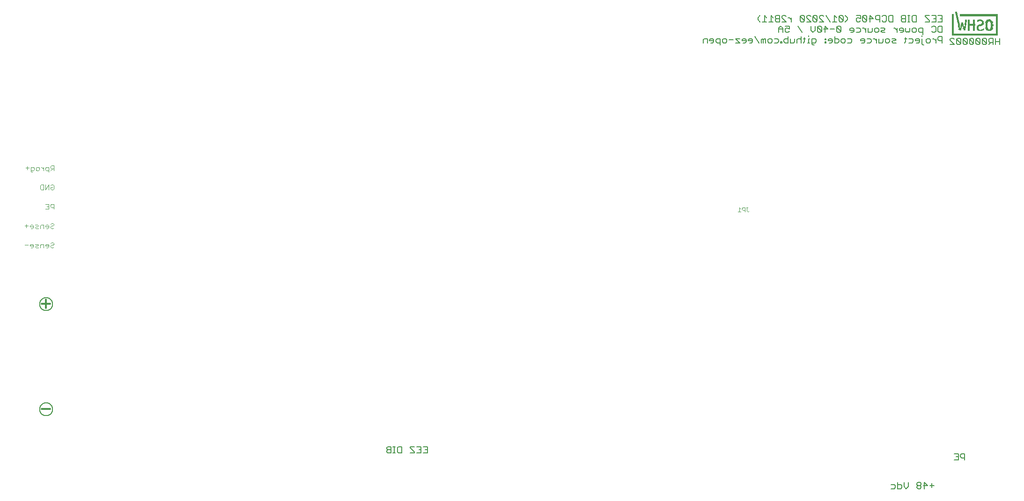
<source format=gbo>
G75*
%MOIN*%
%OFA0B0*%
%FSLAX25Y25*%
%IPPOS*%
%LPD*%
%AMOC8*
5,1,8,0,0,1.08239X$1,22.5*
%
%ADD10C,0.00500*%
%ADD11C,0.00400*%
%ADD12C,0.00800*%
%ADD13C,0.01200*%
%ADD14C,0.00300*%
%ADD15R,0.32700X0.00300*%
%ADD16R,0.01500X0.00300*%
%ADD17R,0.02700X0.00300*%
%ADD18R,0.03000X0.00300*%
%ADD19R,0.03600X0.00300*%
%ADD20R,0.04200X0.00300*%
%ADD21R,0.04800X0.00300*%
%ADD22R,0.04500X0.00300*%
%ADD23R,0.02100X0.00300*%
%ADD24R,0.01800X0.00300*%
%ADD25R,0.01200X0.00300*%
%ADD26R,0.00600X0.00300*%
%ADD27R,0.00900X0.00300*%
%ADD28R,0.02400X0.00300*%
%ADD29R,0.03300X0.00300*%
%ADD30R,0.05400X0.00300*%
%ADD31R,0.03900X0.00300*%
%ADD32R,0.27000X0.00300*%
%ADD33C,0.00600*%
D10*
X0365252Y0131113D02*
X0366002Y0130362D01*
X0368254Y0130362D01*
X0368254Y0134866D01*
X0366002Y0134866D01*
X0365252Y0134115D01*
X0365252Y0133365D01*
X0366002Y0132614D01*
X0368254Y0132614D01*
X0366002Y0132614D02*
X0365252Y0131863D01*
X0365252Y0131113D01*
X0369822Y0130362D02*
X0371324Y0130362D01*
X0370573Y0130362D02*
X0370573Y0134866D01*
X0371324Y0134866D02*
X0369822Y0134866D01*
X0372925Y0134115D02*
X0373676Y0134866D01*
X0375927Y0134866D01*
X0375927Y0130362D01*
X0373676Y0130362D01*
X0372925Y0131113D01*
X0372925Y0134115D01*
X0382133Y0134115D02*
X0385135Y0131113D01*
X0385135Y0130362D01*
X0382133Y0130362D01*
X0382133Y0134115D02*
X0382133Y0134866D01*
X0385135Y0134866D01*
X0386737Y0134866D02*
X0389739Y0134866D01*
X0389739Y0130362D01*
X0386737Y0130362D01*
X0388238Y0132614D02*
X0389739Y0132614D01*
X0391341Y0130362D02*
X0394343Y0130362D01*
X0394343Y0134866D01*
X0391341Y0134866D01*
X0392842Y0132614D02*
X0394343Y0132614D01*
X0724351Y0107849D02*
X0726603Y0107849D01*
X0727353Y0107098D01*
X0727353Y0105597D01*
X0726603Y0104846D01*
X0724351Y0104846D01*
X0728955Y0104846D02*
X0728955Y0109350D01*
X0728955Y0107849D02*
X0731207Y0107849D01*
X0731957Y0107098D01*
X0731957Y0105597D01*
X0731207Y0104846D01*
X0728955Y0104846D01*
X0733559Y0106348D02*
X0733559Y0109350D01*
X0733559Y0106348D02*
X0735060Y0104846D01*
X0736561Y0106348D01*
X0736561Y0109350D01*
X0742767Y0108600D02*
X0742767Y0107849D01*
X0743517Y0107098D01*
X0745019Y0107098D01*
X0745769Y0107849D01*
X0745769Y0108600D01*
X0745019Y0109350D01*
X0743517Y0109350D01*
X0742767Y0108600D01*
X0743517Y0107098D02*
X0742767Y0106348D01*
X0742767Y0105597D01*
X0743517Y0104846D01*
X0745019Y0104846D01*
X0745769Y0105597D01*
X0745769Y0106348D01*
X0745019Y0107098D01*
X0747371Y0107098D02*
X0750373Y0107098D01*
X0748121Y0109350D01*
X0748121Y0104846D01*
X0751974Y0107098D02*
X0754977Y0107098D01*
X0753476Y0105597D02*
X0753476Y0108600D01*
X0769237Y0125362D02*
X0772239Y0125362D01*
X0772239Y0129866D01*
X0769237Y0129866D01*
X0770738Y0127614D02*
X0772239Y0127614D01*
X0773841Y0127614D02*
X0774591Y0126863D01*
X0776843Y0126863D01*
X0776843Y0125362D02*
X0776843Y0129866D01*
X0774591Y0129866D01*
X0773841Y0129115D01*
X0773841Y0127614D01*
X0747799Y0421361D02*
X0747048Y0421361D01*
X0746297Y0422112D01*
X0746297Y0425865D01*
X0746297Y0427366D02*
X0746297Y0428117D01*
X0747031Y0428861D02*
X0747031Y0433365D01*
X0744779Y0433365D01*
X0744029Y0432614D01*
X0744029Y0431113D01*
X0744779Y0430362D01*
X0747031Y0430362D01*
X0742427Y0431113D02*
X0741677Y0430362D01*
X0740176Y0430362D01*
X0739425Y0431113D01*
X0739425Y0432614D01*
X0740176Y0433365D01*
X0741677Y0433365D01*
X0742427Y0432614D01*
X0742427Y0431113D01*
X0737824Y0431113D02*
X0737073Y0430362D01*
X0736322Y0431113D01*
X0735572Y0430362D01*
X0734821Y0431113D01*
X0734821Y0433365D01*
X0733220Y0432614D02*
X0732469Y0433365D01*
X0730968Y0433365D01*
X0730217Y0432614D01*
X0730217Y0431863D01*
X0733220Y0431863D01*
X0733220Y0431113D02*
X0733220Y0432614D01*
X0733220Y0431113D02*
X0732469Y0430362D01*
X0730968Y0430362D01*
X0728616Y0430362D02*
X0728616Y0433365D01*
X0728616Y0431863D02*
X0727114Y0433365D01*
X0726364Y0433365D01*
X0725546Y0437862D02*
X0723295Y0437862D01*
X0722544Y0438613D01*
X0722544Y0441615D01*
X0723295Y0442366D01*
X0725546Y0442366D01*
X0725546Y0437862D01*
X0720942Y0438613D02*
X0720192Y0437862D01*
X0718691Y0437862D01*
X0717940Y0438613D01*
X0716339Y0439363D02*
X0714087Y0439363D01*
X0713336Y0440114D01*
X0713336Y0441615D01*
X0714087Y0442366D01*
X0716339Y0442366D01*
X0716339Y0437862D01*
X0717940Y0441615D02*
X0718691Y0442366D01*
X0720192Y0442366D01*
X0720942Y0441615D01*
X0720942Y0438613D01*
X0719425Y0433365D02*
X0717173Y0433365D01*
X0717923Y0431863D02*
X0719425Y0431863D01*
X0720175Y0432614D01*
X0719425Y0433365D01*
X0717923Y0431863D02*
X0717173Y0431113D01*
X0717923Y0430362D01*
X0720175Y0430362D01*
X0720993Y0425865D02*
X0720242Y0425114D01*
X0720242Y0423613D01*
X0720993Y0422862D01*
X0722494Y0422862D01*
X0723244Y0423613D01*
X0723244Y0425114D01*
X0722494Y0425865D01*
X0720993Y0425865D01*
X0718641Y0425865D02*
X0718641Y0423613D01*
X0717890Y0422862D01*
X0715638Y0422862D01*
X0715638Y0425865D01*
X0714037Y0425865D02*
X0714037Y0422862D01*
X0714037Y0424363D02*
X0712535Y0425865D01*
X0711785Y0425865D01*
X0710200Y0425114D02*
X0710200Y0423613D01*
X0709449Y0422862D01*
X0707197Y0422862D01*
X0705596Y0423613D02*
X0704845Y0422862D01*
X0703344Y0422862D01*
X0702594Y0424363D02*
X0705596Y0424363D01*
X0705596Y0423613D02*
X0705596Y0425114D01*
X0704845Y0425865D01*
X0703344Y0425865D01*
X0702594Y0425114D01*
X0702594Y0424363D01*
X0707197Y0425865D02*
X0709449Y0425865D01*
X0710200Y0425114D01*
X0710217Y0430362D02*
X0707965Y0430362D01*
X0707965Y0433365D01*
X0706363Y0433365D02*
X0706363Y0430362D01*
X0706363Y0431863D02*
X0704862Y0433365D01*
X0704111Y0433365D01*
X0702527Y0432614D02*
X0702527Y0431113D01*
X0701776Y0430362D01*
X0699524Y0430362D01*
X0697923Y0431113D02*
X0697923Y0432614D01*
X0697172Y0433365D01*
X0695671Y0433365D01*
X0694920Y0432614D01*
X0694920Y0431863D01*
X0697923Y0431863D01*
X0697923Y0431113D02*
X0697172Y0430362D01*
X0695671Y0430362D01*
X0695638Y0425865D02*
X0693386Y0425865D01*
X0691784Y0425114D02*
X0691784Y0423613D01*
X0691034Y0422862D01*
X0689532Y0422862D01*
X0688782Y0423613D01*
X0688782Y0425114D01*
X0689532Y0425865D01*
X0691034Y0425865D01*
X0691784Y0425114D01*
X0693386Y0422862D02*
X0695638Y0422862D01*
X0696388Y0423613D01*
X0696388Y0425114D01*
X0695638Y0425865D01*
X0687180Y0425114D02*
X0686430Y0425865D01*
X0684178Y0425865D01*
X0684178Y0427366D02*
X0684178Y0422862D01*
X0686430Y0422862D01*
X0687180Y0423613D01*
X0687180Y0425114D01*
X0682576Y0425114D02*
X0681826Y0425865D01*
X0680325Y0425865D01*
X0679574Y0425114D01*
X0679574Y0424363D01*
X0682576Y0424363D01*
X0682576Y0423613D02*
X0682576Y0425114D01*
X0682576Y0423613D02*
X0681826Y0422862D01*
X0680325Y0422862D01*
X0677973Y0422862D02*
X0677973Y0423613D01*
X0677222Y0423613D01*
X0677222Y0422862D01*
X0677973Y0422862D01*
X0677973Y0425114D02*
X0677973Y0425865D01*
X0677222Y0425865D01*
X0677222Y0425114D01*
X0677973Y0425114D01*
X0677255Y0430362D02*
X0677255Y0434866D01*
X0679507Y0432614D01*
X0676505Y0432614D01*
X0674903Y0431113D02*
X0671901Y0434115D01*
X0671901Y0431113D01*
X0672651Y0430362D01*
X0674153Y0430362D01*
X0674903Y0431113D01*
X0674903Y0434115D01*
X0674153Y0434866D01*
X0672651Y0434866D01*
X0671901Y0434115D01*
X0670299Y0434866D02*
X0670299Y0431863D01*
X0668798Y0430362D01*
X0667297Y0431863D01*
X0667297Y0434866D01*
X0667230Y0437862D02*
X0664227Y0440865D01*
X0664227Y0441615D01*
X0664978Y0442366D01*
X0666479Y0442366D01*
X0667230Y0441615D01*
X0668831Y0441615D02*
X0671834Y0438613D01*
X0671083Y0437862D01*
X0669582Y0437862D01*
X0668831Y0438613D01*
X0668831Y0441615D01*
X0669582Y0442366D01*
X0671083Y0442366D01*
X0671834Y0441615D01*
X0671834Y0438613D01*
X0673435Y0437862D02*
X0676438Y0437862D01*
X0673435Y0440865D01*
X0673435Y0441615D01*
X0674186Y0442366D01*
X0675687Y0442366D01*
X0676438Y0441615D01*
X0678039Y0442366D02*
X0681042Y0437862D01*
X0682643Y0437862D02*
X0685646Y0437862D01*
X0684144Y0437862D02*
X0684144Y0442366D01*
X0685646Y0440865D01*
X0687247Y0441615D02*
X0690250Y0438613D01*
X0689499Y0437862D01*
X0687998Y0437862D01*
X0687247Y0438613D01*
X0687247Y0441615D01*
X0687998Y0442366D01*
X0689499Y0442366D01*
X0690250Y0441615D01*
X0690250Y0438613D01*
X0691818Y0437862D02*
X0693319Y0439363D01*
X0693319Y0440865D01*
X0691818Y0442366D01*
X0699524Y0442366D02*
X0702527Y0442366D01*
X0702527Y0440114D01*
X0701026Y0440865D01*
X0700275Y0440865D01*
X0699524Y0440114D01*
X0699524Y0438613D01*
X0700275Y0437862D01*
X0701776Y0437862D01*
X0702527Y0438613D01*
X0704128Y0438613D02*
X0704879Y0437862D01*
X0706380Y0437862D01*
X0707131Y0438613D01*
X0704128Y0441615D01*
X0704128Y0438613D01*
X0704128Y0441615D02*
X0704879Y0442366D01*
X0706380Y0442366D01*
X0707131Y0441615D01*
X0707131Y0438613D01*
X0708732Y0440114D02*
X0711735Y0440114D01*
X0709483Y0442366D01*
X0709483Y0437862D01*
X0710967Y0433365D02*
X0710967Y0431113D01*
X0710217Y0430362D01*
X0712569Y0431113D02*
X0712569Y0432614D01*
X0713319Y0433365D01*
X0714821Y0433365D01*
X0715571Y0432614D01*
X0715571Y0431113D01*
X0714821Y0430362D01*
X0713319Y0430362D01*
X0712569Y0431113D01*
X0724846Y0425865D02*
X0727098Y0425865D01*
X0727848Y0425114D01*
X0727098Y0424363D01*
X0725596Y0424363D01*
X0724846Y0423613D01*
X0725596Y0422862D01*
X0727848Y0422862D01*
X0734020Y0422862D02*
X0734771Y0423613D01*
X0734771Y0426615D01*
X0735522Y0425865D02*
X0734020Y0425865D01*
X0737123Y0425865D02*
X0739375Y0425865D01*
X0740126Y0425114D01*
X0740126Y0423613D01*
X0739375Y0422862D01*
X0737123Y0422862D01*
X0741727Y0424363D02*
X0744729Y0424363D01*
X0744729Y0423613D02*
X0744729Y0425114D01*
X0743979Y0425865D01*
X0742478Y0425865D01*
X0741727Y0425114D01*
X0741727Y0424363D01*
X0742478Y0422862D02*
X0743979Y0422862D01*
X0744729Y0423613D01*
X0749400Y0423613D02*
X0750151Y0422862D01*
X0751652Y0422862D01*
X0752403Y0423613D01*
X0752403Y0425114D01*
X0751652Y0425865D01*
X0750151Y0425865D01*
X0749400Y0425114D01*
X0749400Y0423613D01*
X0753987Y0425865D02*
X0754738Y0425865D01*
X0756239Y0424363D01*
X0756239Y0422862D02*
X0756239Y0425865D01*
X0757841Y0426615D02*
X0757841Y0425114D01*
X0758591Y0424363D01*
X0760843Y0424363D01*
X0760843Y0422862D02*
X0760843Y0427366D01*
X0758591Y0427366D01*
X0757841Y0426615D01*
X0758591Y0430362D02*
X0757841Y0431113D01*
X0757841Y0434115D01*
X0758591Y0434866D01*
X0760843Y0434866D01*
X0760843Y0430362D01*
X0758591Y0430362D01*
X0756239Y0431113D02*
X0755489Y0430362D01*
X0753987Y0430362D01*
X0753237Y0431113D01*
X0756239Y0431113D02*
X0756239Y0434115D01*
X0755489Y0434866D01*
X0753987Y0434866D01*
X0753237Y0434115D01*
X0753237Y0437862D02*
X0756239Y0437862D01*
X0756239Y0442366D01*
X0753237Y0442366D01*
X0751635Y0442366D02*
X0748633Y0442366D01*
X0748633Y0441615D01*
X0751635Y0438613D01*
X0751635Y0437862D01*
X0748633Y0437862D01*
X0742427Y0437862D02*
X0742427Y0442366D01*
X0740176Y0442366D01*
X0739425Y0441615D01*
X0739425Y0438613D01*
X0740176Y0437862D01*
X0742427Y0437862D01*
X0737824Y0437862D02*
X0736322Y0437862D01*
X0737073Y0437862D02*
X0737073Y0442366D01*
X0737824Y0442366D02*
X0736322Y0442366D01*
X0734754Y0442366D02*
X0732502Y0442366D01*
X0731752Y0441615D01*
X0731752Y0440865D01*
X0732502Y0440114D01*
X0734754Y0440114D01*
X0732502Y0440114D02*
X0731752Y0439363D01*
X0731752Y0438613D01*
X0732502Y0437862D01*
X0734754Y0437862D01*
X0734754Y0442366D01*
X0737824Y0433365D02*
X0737824Y0431113D01*
X0754738Y0440114D02*
X0756239Y0440114D01*
X0757841Y0437862D02*
X0760843Y0437862D01*
X0760843Y0442366D01*
X0757841Y0442366D01*
X0759342Y0440114D02*
X0760843Y0440114D01*
X0702527Y0432614D02*
X0701776Y0433365D01*
X0699524Y0433365D01*
X0688715Y0434115D02*
X0688715Y0431113D01*
X0685712Y0434115D01*
X0685712Y0431113D01*
X0686463Y0430362D01*
X0687964Y0430362D01*
X0688715Y0431113D01*
X0688715Y0434115D02*
X0687964Y0434866D01*
X0686463Y0434866D01*
X0685712Y0434115D01*
X0684111Y0432614D02*
X0681109Y0432614D01*
X0671067Y0425114D02*
X0671067Y0423613D01*
X0670316Y0422862D01*
X0668064Y0422862D01*
X0668064Y0422112D02*
X0668064Y0425865D01*
X0670316Y0425865D01*
X0671067Y0425114D01*
X0669565Y0421361D02*
X0668815Y0421361D01*
X0668064Y0422112D01*
X0666463Y0422862D02*
X0664961Y0422862D01*
X0665712Y0422862D02*
X0665712Y0425865D01*
X0666463Y0425865D01*
X0665712Y0427366D02*
X0665712Y0428117D01*
X0663393Y0425865D02*
X0661892Y0425865D01*
X0662643Y0426615D02*
X0662643Y0423613D01*
X0661892Y0422862D01*
X0660324Y0422862D02*
X0660324Y0427366D01*
X0659574Y0425865D02*
X0658072Y0425865D01*
X0657322Y0425114D01*
X0657322Y0422862D01*
X0655720Y0423613D02*
X0654970Y0422862D01*
X0652718Y0422862D01*
X0652718Y0425865D01*
X0651116Y0425865D02*
X0648864Y0425865D01*
X0648114Y0425114D01*
X0648114Y0423613D01*
X0648864Y0422862D01*
X0651116Y0422862D01*
X0651116Y0427366D01*
X0651133Y0430362D02*
X0651884Y0431113D01*
X0651133Y0430362D02*
X0649632Y0430362D01*
X0648881Y0431113D01*
X0648881Y0432614D01*
X0649632Y0433365D01*
X0650382Y0433365D01*
X0651884Y0432614D01*
X0651884Y0434866D01*
X0648881Y0434866D01*
X0647280Y0433365D02*
X0645778Y0434866D01*
X0644277Y0433365D01*
X0644277Y0430362D01*
X0644277Y0432614D02*
X0647280Y0432614D01*
X0647280Y0433365D02*
X0647280Y0430362D01*
X0643460Y0425865D02*
X0644210Y0425114D01*
X0644210Y0423613D01*
X0643460Y0422862D01*
X0641208Y0422862D01*
X0639607Y0423613D02*
X0638856Y0422862D01*
X0637355Y0422862D01*
X0636604Y0423613D01*
X0636604Y0425114D01*
X0637355Y0425865D01*
X0638856Y0425865D01*
X0639607Y0425114D01*
X0639607Y0423613D01*
X0641208Y0425865D02*
X0643460Y0425865D01*
X0645762Y0423613D02*
X0645762Y0422862D01*
X0646512Y0422862D01*
X0646512Y0423613D01*
X0645762Y0423613D01*
X0655720Y0423613D02*
X0655720Y0425865D01*
X0659574Y0425865D02*
X0660324Y0425114D01*
X0661091Y0430362D02*
X0658089Y0434866D01*
X0660374Y0437862D02*
X0661875Y0437862D01*
X0662626Y0438613D01*
X0659624Y0441615D01*
X0659624Y0438613D01*
X0660374Y0437862D01*
X0662626Y0438613D02*
X0662626Y0441615D01*
X0661875Y0442366D01*
X0660374Y0442366D01*
X0659624Y0441615D01*
X0664227Y0437862D02*
X0667230Y0437862D01*
X0653418Y0437862D02*
X0653418Y0440865D01*
X0651917Y0440865D02*
X0651166Y0440865D01*
X0651917Y0440865D02*
X0653418Y0439363D01*
X0649582Y0437862D02*
X0646579Y0440865D01*
X0646579Y0441615D01*
X0647330Y0442366D01*
X0648831Y0442366D01*
X0649582Y0441615D01*
X0649582Y0437862D02*
X0646579Y0437862D01*
X0644978Y0437862D02*
X0644978Y0442366D01*
X0642726Y0442366D01*
X0641975Y0441615D01*
X0641975Y0440865D01*
X0642726Y0440114D01*
X0644978Y0440114D01*
X0644978Y0437862D02*
X0642726Y0437862D01*
X0641975Y0438613D01*
X0641975Y0439363D01*
X0642726Y0440114D01*
X0640374Y0440865D02*
X0638873Y0442366D01*
X0638873Y0437862D01*
X0640374Y0437862D02*
X0637371Y0437862D01*
X0635770Y0437862D02*
X0632767Y0437862D01*
X0634269Y0437862D02*
X0634269Y0442366D01*
X0635770Y0440865D01*
X0631166Y0442366D02*
X0629665Y0440865D01*
X0629665Y0439363D01*
X0631166Y0437862D01*
X0627396Y0427366D02*
X0630399Y0422862D01*
X0632000Y0422862D02*
X0632000Y0425114D01*
X0632751Y0425865D01*
X0633501Y0425114D01*
X0633501Y0422862D01*
X0635003Y0422862D02*
X0635003Y0425865D01*
X0634252Y0425865D01*
X0633501Y0425114D01*
X0625795Y0425114D02*
X0625044Y0425865D01*
X0623543Y0425865D01*
X0622792Y0425114D01*
X0622792Y0424363D01*
X0625795Y0424363D01*
X0625795Y0423613D02*
X0625795Y0425114D01*
X0625795Y0423613D02*
X0625044Y0422862D01*
X0623543Y0422862D01*
X0621191Y0423613D02*
X0620440Y0422862D01*
X0618939Y0422862D01*
X0618188Y0424363D02*
X0621191Y0424363D01*
X0621191Y0423613D02*
X0621191Y0425114D01*
X0620440Y0425865D01*
X0618939Y0425865D01*
X0618188Y0425114D01*
X0618188Y0424363D01*
X0616587Y0422862D02*
X0613584Y0425865D01*
X0616587Y0425865D01*
X0616587Y0422862D02*
X0613584Y0422862D01*
X0611983Y0425114D02*
X0608980Y0425114D01*
X0607379Y0425114D02*
X0607379Y0423613D01*
X0606628Y0422862D01*
X0605127Y0422862D01*
X0604376Y0423613D01*
X0604376Y0425114D01*
X0605127Y0425865D01*
X0606628Y0425865D01*
X0607379Y0425114D01*
X0602775Y0425865D02*
X0602775Y0421361D01*
X0602775Y0422862D02*
X0600523Y0422862D01*
X0599773Y0423613D01*
X0599773Y0425114D01*
X0600523Y0425865D01*
X0602775Y0425865D01*
X0598171Y0425114D02*
X0597421Y0425865D01*
X0595919Y0425865D01*
X0595169Y0425114D01*
X0595169Y0424363D01*
X0598171Y0424363D01*
X0598171Y0423613D02*
X0598171Y0425114D01*
X0598171Y0423613D02*
X0597421Y0422862D01*
X0595919Y0422862D01*
X0593567Y0422862D02*
X0593567Y0425865D01*
X0591315Y0425865D01*
X0590565Y0425114D01*
X0590565Y0422862D01*
D11*
X0128393Y0335415D02*
X0126592Y0335415D01*
X0125991Y0334815D01*
X0125991Y0333614D01*
X0126592Y0333013D01*
X0128393Y0333013D01*
X0128393Y0331812D02*
X0128393Y0335415D01*
X0127192Y0333013D02*
X0125991Y0331812D01*
X0124710Y0331812D02*
X0122908Y0331812D01*
X0122308Y0332413D01*
X0122308Y0333614D01*
X0122908Y0334214D01*
X0124710Y0334214D01*
X0124710Y0330611D01*
X0121027Y0331812D02*
X0121027Y0334214D01*
X0121027Y0333013D02*
X0119826Y0334214D01*
X0119225Y0334214D01*
X0117958Y0333614D02*
X0117958Y0332413D01*
X0117357Y0331812D01*
X0116156Y0331812D01*
X0115556Y0332413D01*
X0115556Y0333614D01*
X0116156Y0334214D01*
X0117357Y0334214D01*
X0117958Y0333614D01*
X0114274Y0333614D02*
X0114274Y0332413D01*
X0113674Y0331812D01*
X0111872Y0331812D01*
X0111872Y0331212D02*
X0111872Y0334214D01*
X0113674Y0334214D01*
X0114274Y0333614D01*
X0113073Y0330611D02*
X0112473Y0330611D01*
X0111872Y0331212D01*
X0110591Y0333614D02*
X0108189Y0333614D01*
X0109390Y0334815D02*
X0109390Y0332413D01*
X0119225Y0321665D02*
X0121027Y0321665D01*
X0121027Y0318062D01*
X0119225Y0318062D01*
X0118625Y0318663D01*
X0118625Y0321065D01*
X0119225Y0321665D01*
X0122308Y0321665D02*
X0122308Y0318062D01*
X0124710Y0321665D01*
X0124710Y0318062D01*
X0125991Y0318663D02*
X0125991Y0319864D01*
X0127192Y0319864D01*
X0125991Y0321065D02*
X0126592Y0321665D01*
X0127793Y0321665D01*
X0128393Y0321065D01*
X0128393Y0318663D01*
X0127793Y0318062D01*
X0126592Y0318062D01*
X0125991Y0318663D01*
X0126592Y0307915D02*
X0125991Y0307315D01*
X0125991Y0306114D01*
X0126592Y0305513D01*
X0128393Y0305513D01*
X0128393Y0304312D02*
X0128393Y0307915D01*
X0126592Y0307915D01*
X0124710Y0307915D02*
X0124710Y0304312D01*
X0122308Y0304312D01*
X0123509Y0306114D02*
X0124710Y0306114D01*
X0124710Y0307915D02*
X0122308Y0307915D01*
X0126592Y0294165D02*
X0127793Y0294165D01*
X0128393Y0293565D01*
X0128393Y0292964D01*
X0127793Y0292364D01*
X0126592Y0292364D01*
X0125991Y0291763D01*
X0125991Y0291163D01*
X0126592Y0290562D01*
X0127793Y0290562D01*
X0128393Y0291163D01*
X0125991Y0293565D02*
X0126592Y0294165D01*
X0124710Y0292364D02*
X0124710Y0291163D01*
X0124110Y0290562D01*
X0122908Y0290562D01*
X0122308Y0291763D02*
X0124710Y0291763D01*
X0124710Y0292364D02*
X0124110Y0292964D01*
X0122908Y0292964D01*
X0122308Y0292364D01*
X0122308Y0291763D01*
X0121027Y0290562D02*
X0121027Y0292964D01*
X0119225Y0292964D01*
X0118625Y0292364D01*
X0118625Y0290562D01*
X0117344Y0290562D02*
X0115542Y0290562D01*
X0114942Y0291163D01*
X0115542Y0291763D01*
X0116743Y0291763D01*
X0117344Y0292364D01*
X0116743Y0292964D01*
X0114942Y0292964D01*
X0113661Y0292364D02*
X0113060Y0292964D01*
X0111859Y0292964D01*
X0111259Y0292364D01*
X0111259Y0291763D01*
X0113661Y0291763D01*
X0113661Y0291163D02*
X0113661Y0292364D01*
X0113661Y0291163D02*
X0113060Y0290562D01*
X0111859Y0290562D01*
X0109977Y0292364D02*
X0107575Y0292364D01*
X0108776Y0293565D02*
X0108776Y0291163D01*
X0111859Y0279214D02*
X0111259Y0278614D01*
X0111259Y0278013D01*
X0113661Y0278013D01*
X0113661Y0277413D02*
X0113661Y0278614D01*
X0113060Y0279214D01*
X0111859Y0279214D01*
X0109977Y0278614D02*
X0107575Y0278614D01*
X0111859Y0276812D02*
X0113060Y0276812D01*
X0113661Y0277413D01*
X0114942Y0277413D02*
X0115542Y0278013D01*
X0116743Y0278013D01*
X0117344Y0278614D01*
X0116743Y0279214D01*
X0114942Y0279214D01*
X0114942Y0277413D02*
X0115542Y0276812D01*
X0117344Y0276812D01*
X0118625Y0276812D02*
X0118625Y0278614D01*
X0119225Y0279214D01*
X0121027Y0279214D01*
X0121027Y0276812D01*
X0122308Y0278013D02*
X0124710Y0278013D01*
X0124710Y0277413D02*
X0124710Y0278614D01*
X0124110Y0279214D01*
X0122908Y0279214D01*
X0122308Y0278614D01*
X0122308Y0278013D01*
X0122908Y0276812D02*
X0124110Y0276812D01*
X0124710Y0277413D01*
X0125991Y0277413D02*
X0126592Y0276812D01*
X0127793Y0276812D01*
X0128393Y0277413D01*
X0127793Y0278614D02*
X0126592Y0278614D01*
X0125991Y0278013D01*
X0125991Y0277413D01*
X0127793Y0278614D02*
X0128393Y0279214D01*
X0128393Y0279815D01*
X0127793Y0280415D01*
X0126592Y0280415D01*
X0125991Y0279815D01*
D12*
X0118243Y0236612D02*
X0118245Y0236747D01*
X0118251Y0236882D01*
X0118261Y0237017D01*
X0118275Y0237151D01*
X0118292Y0237285D01*
X0118314Y0237418D01*
X0118340Y0237551D01*
X0118369Y0237683D01*
X0118403Y0237813D01*
X0118440Y0237943D01*
X0118481Y0238072D01*
X0118526Y0238199D01*
X0118574Y0238325D01*
X0118626Y0238450D01*
X0118682Y0238573D01*
X0118741Y0238694D01*
X0118804Y0238814D01*
X0118871Y0238931D01*
X0118940Y0239047D01*
X0119014Y0239161D01*
X0119090Y0239272D01*
X0119170Y0239381D01*
X0119253Y0239488D01*
X0119339Y0239592D01*
X0119428Y0239693D01*
X0119519Y0239792D01*
X0119614Y0239888D01*
X0119712Y0239982D01*
X0119812Y0240072D01*
X0119915Y0240160D01*
X0120020Y0240244D01*
X0120128Y0240326D01*
X0120238Y0240404D01*
X0120351Y0240478D01*
X0120465Y0240550D01*
X0120582Y0240618D01*
X0120701Y0240683D01*
X0120821Y0240744D01*
X0120943Y0240801D01*
X0121067Y0240855D01*
X0121192Y0240906D01*
X0121319Y0240952D01*
X0121447Y0240995D01*
X0121577Y0241034D01*
X0121707Y0241069D01*
X0121838Y0241101D01*
X0121970Y0241128D01*
X0122103Y0241152D01*
X0122237Y0241172D01*
X0122371Y0241188D01*
X0122506Y0241200D01*
X0122640Y0241208D01*
X0122775Y0241212D01*
X0122911Y0241212D01*
X0123046Y0241208D01*
X0123180Y0241200D01*
X0123315Y0241188D01*
X0123449Y0241172D01*
X0123583Y0241152D01*
X0123716Y0241128D01*
X0123848Y0241101D01*
X0123979Y0241069D01*
X0124109Y0241034D01*
X0124239Y0240995D01*
X0124367Y0240952D01*
X0124494Y0240906D01*
X0124619Y0240855D01*
X0124743Y0240801D01*
X0124865Y0240744D01*
X0124985Y0240683D01*
X0125104Y0240618D01*
X0125221Y0240550D01*
X0125335Y0240478D01*
X0125448Y0240404D01*
X0125558Y0240326D01*
X0125666Y0240244D01*
X0125771Y0240160D01*
X0125874Y0240072D01*
X0125974Y0239982D01*
X0126072Y0239888D01*
X0126167Y0239792D01*
X0126258Y0239693D01*
X0126347Y0239592D01*
X0126433Y0239488D01*
X0126516Y0239381D01*
X0126596Y0239272D01*
X0126672Y0239161D01*
X0126746Y0239047D01*
X0126815Y0238931D01*
X0126882Y0238814D01*
X0126945Y0238694D01*
X0127004Y0238573D01*
X0127060Y0238450D01*
X0127112Y0238325D01*
X0127160Y0238199D01*
X0127205Y0238072D01*
X0127246Y0237943D01*
X0127283Y0237813D01*
X0127317Y0237683D01*
X0127346Y0237551D01*
X0127372Y0237418D01*
X0127394Y0237285D01*
X0127411Y0237151D01*
X0127425Y0237017D01*
X0127435Y0236882D01*
X0127441Y0236747D01*
X0127443Y0236612D01*
X0127441Y0236477D01*
X0127435Y0236342D01*
X0127425Y0236207D01*
X0127411Y0236073D01*
X0127394Y0235939D01*
X0127372Y0235806D01*
X0127346Y0235673D01*
X0127317Y0235541D01*
X0127283Y0235411D01*
X0127246Y0235281D01*
X0127205Y0235152D01*
X0127160Y0235025D01*
X0127112Y0234899D01*
X0127060Y0234774D01*
X0127004Y0234651D01*
X0126945Y0234530D01*
X0126882Y0234410D01*
X0126815Y0234293D01*
X0126746Y0234177D01*
X0126672Y0234063D01*
X0126596Y0233952D01*
X0126516Y0233843D01*
X0126433Y0233736D01*
X0126347Y0233632D01*
X0126258Y0233531D01*
X0126167Y0233432D01*
X0126072Y0233336D01*
X0125974Y0233242D01*
X0125874Y0233152D01*
X0125771Y0233064D01*
X0125666Y0232980D01*
X0125558Y0232898D01*
X0125448Y0232820D01*
X0125335Y0232746D01*
X0125221Y0232674D01*
X0125104Y0232606D01*
X0124985Y0232541D01*
X0124865Y0232480D01*
X0124743Y0232423D01*
X0124619Y0232369D01*
X0124494Y0232318D01*
X0124367Y0232272D01*
X0124239Y0232229D01*
X0124109Y0232190D01*
X0123979Y0232155D01*
X0123848Y0232123D01*
X0123716Y0232096D01*
X0123583Y0232072D01*
X0123449Y0232052D01*
X0123315Y0232036D01*
X0123180Y0232024D01*
X0123046Y0232016D01*
X0122911Y0232012D01*
X0122775Y0232012D01*
X0122640Y0232016D01*
X0122506Y0232024D01*
X0122371Y0232036D01*
X0122237Y0232052D01*
X0122103Y0232072D01*
X0121970Y0232096D01*
X0121838Y0232123D01*
X0121707Y0232155D01*
X0121577Y0232190D01*
X0121447Y0232229D01*
X0121319Y0232272D01*
X0121192Y0232318D01*
X0121067Y0232369D01*
X0120943Y0232423D01*
X0120821Y0232480D01*
X0120701Y0232541D01*
X0120582Y0232606D01*
X0120465Y0232674D01*
X0120351Y0232746D01*
X0120238Y0232820D01*
X0120128Y0232898D01*
X0120020Y0232980D01*
X0119915Y0233064D01*
X0119812Y0233152D01*
X0119712Y0233242D01*
X0119614Y0233336D01*
X0119519Y0233432D01*
X0119428Y0233531D01*
X0119339Y0233632D01*
X0119253Y0233736D01*
X0119170Y0233843D01*
X0119090Y0233952D01*
X0119014Y0234063D01*
X0118940Y0234177D01*
X0118871Y0234293D01*
X0118804Y0234410D01*
X0118741Y0234530D01*
X0118682Y0234651D01*
X0118626Y0234774D01*
X0118574Y0234899D01*
X0118526Y0235025D01*
X0118481Y0235152D01*
X0118440Y0235281D01*
X0118403Y0235411D01*
X0118369Y0235541D01*
X0118340Y0235673D01*
X0118314Y0235806D01*
X0118292Y0235939D01*
X0118275Y0236073D01*
X0118261Y0236207D01*
X0118251Y0236342D01*
X0118245Y0236477D01*
X0118243Y0236612D01*
X0118243Y0161612D02*
X0118245Y0161747D01*
X0118251Y0161882D01*
X0118261Y0162017D01*
X0118275Y0162151D01*
X0118292Y0162285D01*
X0118314Y0162418D01*
X0118340Y0162551D01*
X0118369Y0162683D01*
X0118403Y0162813D01*
X0118440Y0162943D01*
X0118481Y0163072D01*
X0118526Y0163199D01*
X0118574Y0163325D01*
X0118626Y0163450D01*
X0118682Y0163573D01*
X0118741Y0163694D01*
X0118804Y0163814D01*
X0118871Y0163931D01*
X0118940Y0164047D01*
X0119014Y0164161D01*
X0119090Y0164272D01*
X0119170Y0164381D01*
X0119253Y0164488D01*
X0119339Y0164592D01*
X0119428Y0164693D01*
X0119519Y0164792D01*
X0119614Y0164888D01*
X0119712Y0164982D01*
X0119812Y0165072D01*
X0119915Y0165160D01*
X0120020Y0165244D01*
X0120128Y0165326D01*
X0120238Y0165404D01*
X0120351Y0165478D01*
X0120465Y0165550D01*
X0120582Y0165618D01*
X0120701Y0165683D01*
X0120821Y0165744D01*
X0120943Y0165801D01*
X0121067Y0165855D01*
X0121192Y0165906D01*
X0121319Y0165952D01*
X0121447Y0165995D01*
X0121577Y0166034D01*
X0121707Y0166069D01*
X0121838Y0166101D01*
X0121970Y0166128D01*
X0122103Y0166152D01*
X0122237Y0166172D01*
X0122371Y0166188D01*
X0122506Y0166200D01*
X0122640Y0166208D01*
X0122775Y0166212D01*
X0122911Y0166212D01*
X0123046Y0166208D01*
X0123180Y0166200D01*
X0123315Y0166188D01*
X0123449Y0166172D01*
X0123583Y0166152D01*
X0123716Y0166128D01*
X0123848Y0166101D01*
X0123979Y0166069D01*
X0124109Y0166034D01*
X0124239Y0165995D01*
X0124367Y0165952D01*
X0124494Y0165906D01*
X0124619Y0165855D01*
X0124743Y0165801D01*
X0124865Y0165744D01*
X0124985Y0165683D01*
X0125104Y0165618D01*
X0125221Y0165550D01*
X0125335Y0165478D01*
X0125448Y0165404D01*
X0125558Y0165326D01*
X0125666Y0165244D01*
X0125771Y0165160D01*
X0125874Y0165072D01*
X0125974Y0164982D01*
X0126072Y0164888D01*
X0126167Y0164792D01*
X0126258Y0164693D01*
X0126347Y0164592D01*
X0126433Y0164488D01*
X0126516Y0164381D01*
X0126596Y0164272D01*
X0126672Y0164161D01*
X0126746Y0164047D01*
X0126815Y0163931D01*
X0126882Y0163814D01*
X0126945Y0163694D01*
X0127004Y0163573D01*
X0127060Y0163450D01*
X0127112Y0163325D01*
X0127160Y0163199D01*
X0127205Y0163072D01*
X0127246Y0162943D01*
X0127283Y0162813D01*
X0127317Y0162683D01*
X0127346Y0162551D01*
X0127372Y0162418D01*
X0127394Y0162285D01*
X0127411Y0162151D01*
X0127425Y0162017D01*
X0127435Y0161882D01*
X0127441Y0161747D01*
X0127443Y0161612D01*
X0127441Y0161477D01*
X0127435Y0161342D01*
X0127425Y0161207D01*
X0127411Y0161073D01*
X0127394Y0160939D01*
X0127372Y0160806D01*
X0127346Y0160673D01*
X0127317Y0160541D01*
X0127283Y0160411D01*
X0127246Y0160281D01*
X0127205Y0160152D01*
X0127160Y0160025D01*
X0127112Y0159899D01*
X0127060Y0159774D01*
X0127004Y0159651D01*
X0126945Y0159530D01*
X0126882Y0159410D01*
X0126815Y0159293D01*
X0126746Y0159177D01*
X0126672Y0159063D01*
X0126596Y0158952D01*
X0126516Y0158843D01*
X0126433Y0158736D01*
X0126347Y0158632D01*
X0126258Y0158531D01*
X0126167Y0158432D01*
X0126072Y0158336D01*
X0125974Y0158242D01*
X0125874Y0158152D01*
X0125771Y0158064D01*
X0125666Y0157980D01*
X0125558Y0157898D01*
X0125448Y0157820D01*
X0125335Y0157746D01*
X0125221Y0157674D01*
X0125104Y0157606D01*
X0124985Y0157541D01*
X0124865Y0157480D01*
X0124743Y0157423D01*
X0124619Y0157369D01*
X0124494Y0157318D01*
X0124367Y0157272D01*
X0124239Y0157229D01*
X0124109Y0157190D01*
X0123979Y0157155D01*
X0123848Y0157123D01*
X0123716Y0157096D01*
X0123583Y0157072D01*
X0123449Y0157052D01*
X0123315Y0157036D01*
X0123180Y0157024D01*
X0123046Y0157016D01*
X0122911Y0157012D01*
X0122775Y0157012D01*
X0122640Y0157016D01*
X0122506Y0157024D01*
X0122371Y0157036D01*
X0122237Y0157052D01*
X0122103Y0157072D01*
X0121970Y0157096D01*
X0121838Y0157123D01*
X0121707Y0157155D01*
X0121577Y0157190D01*
X0121447Y0157229D01*
X0121319Y0157272D01*
X0121192Y0157318D01*
X0121067Y0157369D01*
X0120943Y0157423D01*
X0120821Y0157480D01*
X0120701Y0157541D01*
X0120582Y0157606D01*
X0120465Y0157674D01*
X0120351Y0157746D01*
X0120238Y0157820D01*
X0120128Y0157898D01*
X0120020Y0157980D01*
X0119915Y0158064D01*
X0119812Y0158152D01*
X0119712Y0158242D01*
X0119614Y0158336D01*
X0119519Y0158432D01*
X0119428Y0158531D01*
X0119339Y0158632D01*
X0119253Y0158736D01*
X0119170Y0158843D01*
X0119090Y0158952D01*
X0119014Y0159063D01*
X0118940Y0159177D01*
X0118871Y0159293D01*
X0118804Y0159410D01*
X0118741Y0159530D01*
X0118682Y0159651D01*
X0118626Y0159774D01*
X0118574Y0159899D01*
X0118526Y0160025D01*
X0118481Y0160152D01*
X0118440Y0160281D01*
X0118403Y0160411D01*
X0118369Y0160541D01*
X0118340Y0160673D01*
X0118314Y0160806D01*
X0118292Y0160939D01*
X0118275Y0161073D01*
X0118261Y0161207D01*
X0118251Y0161342D01*
X0118245Y0161477D01*
X0118243Y0161612D01*
D13*
X0119843Y0161612D02*
X0125843Y0161612D01*
X0122843Y0233612D02*
X0122843Y0239612D01*
X0119843Y0236612D02*
X0125843Y0236612D01*
D14*
X0615455Y0302562D02*
X0617390Y0302562D01*
X0616422Y0302562D02*
X0616422Y0305465D01*
X0617390Y0304497D01*
X0618401Y0304013D02*
X0618885Y0303530D01*
X0620336Y0303530D01*
X0620336Y0302562D02*
X0620336Y0305465D01*
X0618885Y0305465D01*
X0618401Y0304981D01*
X0618401Y0304013D01*
X0621348Y0305465D02*
X0622315Y0305465D01*
X0621831Y0305465D02*
X0621831Y0303046D01*
X0622315Y0302562D01*
X0622799Y0302562D01*
X0623283Y0303046D01*
D15*
X0784093Y0428012D03*
X0784093Y0428312D03*
X0784093Y0428612D03*
X0784093Y0428912D03*
X0784093Y0429212D03*
D16*
X0783493Y0431312D03*
X0783493Y0431612D03*
X0783493Y0431912D03*
X0783493Y0432212D03*
X0783493Y0432512D03*
X0783493Y0432812D03*
X0783493Y0433112D03*
X0783493Y0433412D03*
X0783493Y0433712D03*
X0783493Y0434012D03*
X0783493Y0434312D03*
X0783493Y0434612D03*
X0783493Y0434912D03*
X0783493Y0436412D03*
X0783493Y0436712D03*
X0783493Y0437012D03*
X0783493Y0437312D03*
X0783493Y0437612D03*
X0783493Y0437912D03*
X0783493Y0438212D03*
X0783493Y0438512D03*
X0783493Y0438812D03*
X0783493Y0439112D03*
X0779593Y0439112D03*
X0779593Y0438812D03*
X0779593Y0438512D03*
X0779593Y0438212D03*
X0779593Y0437912D03*
X0779593Y0437612D03*
X0779593Y0437312D03*
X0779593Y0437012D03*
X0779593Y0436712D03*
X0779593Y0436412D03*
X0779593Y0434912D03*
X0779593Y0434612D03*
X0779593Y0434312D03*
X0779593Y0434012D03*
X0779593Y0433712D03*
X0779593Y0433412D03*
X0779593Y0433112D03*
X0779593Y0432812D03*
X0779593Y0432512D03*
X0779593Y0432212D03*
X0779593Y0431912D03*
X0779593Y0431612D03*
X0779593Y0431312D03*
X0776593Y0431612D03*
X0776593Y0431912D03*
X0776593Y0432212D03*
X0776593Y0432512D03*
X0773593Y0431912D03*
X0773593Y0431612D03*
X0775093Y0436412D03*
X0775093Y0436712D03*
X0775093Y0437012D03*
X0772093Y0437912D03*
X0768493Y0437912D03*
X0768493Y0437612D03*
X0768493Y0437312D03*
X0768493Y0437012D03*
X0768493Y0436712D03*
X0768493Y0436412D03*
X0768493Y0436112D03*
X0768493Y0435812D03*
X0768493Y0435512D03*
X0768493Y0435212D03*
X0768493Y0434912D03*
X0768493Y0434612D03*
X0768493Y0434312D03*
X0768493Y0434012D03*
X0768493Y0433712D03*
X0768493Y0433412D03*
X0768493Y0433112D03*
X0768493Y0432812D03*
X0768493Y0432512D03*
X0768493Y0432212D03*
X0768493Y0431912D03*
X0768493Y0431612D03*
X0768493Y0431312D03*
X0768493Y0431012D03*
X0768493Y0430712D03*
X0768493Y0430412D03*
X0768493Y0430112D03*
X0768493Y0429812D03*
X0768493Y0429512D03*
X0768493Y0438212D03*
X0768493Y0438512D03*
X0768493Y0438812D03*
X0768493Y0439112D03*
X0768493Y0439412D03*
X0768493Y0439712D03*
X0768493Y0440012D03*
X0768493Y0440312D03*
X0768493Y0440612D03*
X0768493Y0440912D03*
X0768493Y0441212D03*
X0768493Y0441512D03*
X0768493Y0441812D03*
X0768493Y0442112D03*
X0768493Y0442412D03*
X0768493Y0442712D03*
X0768493Y0443012D03*
X0770893Y0443612D03*
X0771193Y0442112D03*
X0785893Y0434012D03*
X0785893Y0433712D03*
X0785893Y0433412D03*
X0785893Y0433112D03*
X0786193Y0432512D03*
X0786193Y0434312D03*
X0789793Y0436712D03*
X0789793Y0437012D03*
X0789793Y0437312D03*
X0789793Y0437612D03*
X0792193Y0436712D03*
X0792193Y0436412D03*
X0792193Y0436112D03*
X0792193Y0435812D03*
X0792193Y0435512D03*
X0792193Y0435212D03*
X0792193Y0434912D03*
X0792193Y0434612D03*
X0792193Y0434312D03*
X0792193Y0434012D03*
X0792193Y0433712D03*
X0796093Y0433712D03*
X0796093Y0434012D03*
X0796093Y0434312D03*
X0796093Y0436112D03*
X0796093Y0436412D03*
X0796093Y0436712D03*
X0794293Y0439412D03*
X0792493Y0437612D03*
X0799693Y0437612D03*
X0799693Y0437312D03*
X0799693Y0437012D03*
X0799693Y0436712D03*
X0799693Y0436412D03*
X0799693Y0436112D03*
X0799693Y0435812D03*
X0799693Y0435512D03*
X0799693Y0435212D03*
X0799693Y0434912D03*
X0799693Y0434612D03*
X0799693Y0434312D03*
X0799693Y0434012D03*
X0799693Y0433712D03*
X0799693Y0433412D03*
X0799693Y0433112D03*
X0799693Y0432812D03*
X0799693Y0432512D03*
X0799693Y0432212D03*
X0799693Y0431912D03*
X0799693Y0431612D03*
X0799693Y0431312D03*
X0799693Y0431012D03*
X0799693Y0430712D03*
X0799693Y0430412D03*
X0799693Y0430112D03*
X0799693Y0429812D03*
X0799693Y0429512D03*
X0799693Y0437912D03*
X0799693Y0438212D03*
X0799693Y0438512D03*
X0799693Y0438812D03*
X0799693Y0439112D03*
X0799693Y0439412D03*
X0799693Y0439712D03*
X0799693Y0440012D03*
X0799693Y0440312D03*
X0799693Y0440612D03*
X0799693Y0440912D03*
X0799693Y0441212D03*
X0799693Y0441512D03*
D17*
X0794293Y0431312D03*
D18*
X0788143Y0431312D03*
X0787543Y0439112D03*
X0794143Y0439112D03*
D19*
X0794143Y0438812D03*
X0788143Y0435512D03*
X0787543Y0435212D03*
X0794143Y0431612D03*
D20*
X0794143Y0431912D03*
X0788143Y0431612D03*
X0787843Y0438512D03*
X0794143Y0438512D03*
D21*
X0794143Y0438212D03*
X0788143Y0431912D03*
D22*
X0794293Y0432212D03*
D23*
X0792793Y0432512D03*
X0789493Y0432212D03*
X0786493Y0432212D03*
X0786493Y0434612D03*
X0789193Y0436112D03*
X0776593Y0434012D03*
X0776593Y0433712D03*
X0776593Y0433412D03*
X0775093Y0435212D03*
X0775093Y0435512D03*
X0773593Y0433412D03*
X0773593Y0433112D03*
D24*
X0773443Y0432812D03*
X0773443Y0432512D03*
X0773443Y0432212D03*
X0776443Y0432812D03*
X0776443Y0433112D03*
X0774943Y0435812D03*
X0774943Y0436112D03*
X0789343Y0438212D03*
X0789643Y0436412D03*
X0792343Y0437012D03*
X0792343Y0437312D03*
X0792643Y0437912D03*
X0795643Y0437912D03*
X0795943Y0437612D03*
X0795943Y0437312D03*
X0795943Y0437012D03*
X0796243Y0435812D03*
X0796243Y0435512D03*
X0796243Y0435212D03*
X0796243Y0434912D03*
X0796243Y0434612D03*
X0795943Y0433412D03*
X0795943Y0433112D03*
X0795943Y0432812D03*
X0795643Y0432512D03*
X0792643Y0432812D03*
X0792343Y0433112D03*
X0792343Y0433412D03*
D25*
X0789943Y0432512D03*
X0786043Y0432812D03*
X0777343Y0435512D03*
X0777343Y0435812D03*
X0777343Y0436112D03*
X0777343Y0436412D03*
X0777343Y0436712D03*
X0777643Y0437312D03*
X0777643Y0437612D03*
X0777643Y0437912D03*
X0777643Y0438212D03*
X0777643Y0438512D03*
X0777643Y0438812D03*
X0777643Y0439112D03*
X0774343Y0434612D03*
X0774343Y0434312D03*
X0772843Y0434312D03*
X0772843Y0434012D03*
X0772843Y0433712D03*
X0772843Y0434612D03*
X0772843Y0434912D03*
X0772543Y0435212D03*
X0772543Y0435512D03*
X0772543Y0435812D03*
X0772543Y0436112D03*
X0772543Y0436412D03*
X0772243Y0436712D03*
X0772243Y0437012D03*
X0772243Y0437312D03*
X0772243Y0437612D03*
X0771943Y0438212D03*
X0771943Y0438512D03*
X0771943Y0438812D03*
X0771943Y0439112D03*
X0771643Y0439412D03*
X0771643Y0439712D03*
X0771643Y0440012D03*
X0771643Y0440312D03*
X0771643Y0440612D03*
X0771343Y0440912D03*
X0771343Y0441212D03*
X0771343Y0441512D03*
X0771343Y0441812D03*
X0771043Y0442412D03*
X0771043Y0442712D03*
X0771043Y0443012D03*
X0771043Y0443312D03*
X0770743Y0443912D03*
X0770743Y0444212D03*
X0770743Y0444512D03*
X0770743Y0444812D03*
X0786343Y0438212D03*
X0789643Y0437912D03*
D26*
X0786043Y0437912D03*
X0790243Y0432812D03*
D27*
X0787693Y0439412D03*
X0777493Y0437012D03*
X0777193Y0435212D03*
X0777193Y0434912D03*
X0777193Y0434612D03*
X0775693Y0434612D03*
X0775693Y0434912D03*
X0774493Y0434912D03*
X0774193Y0434012D03*
X0774193Y0433712D03*
D28*
X0776443Y0434312D03*
D29*
X0787093Y0434912D03*
X0788593Y0435812D03*
D30*
X0781543Y0435812D03*
X0781543Y0435512D03*
X0781543Y0435212D03*
X0781543Y0436112D03*
D31*
X0787693Y0438812D03*
D32*
X0786943Y0441812D03*
X0786943Y0442112D03*
X0786943Y0442412D03*
X0786943Y0442712D03*
X0786943Y0443012D03*
D33*
X0787015Y0426066D02*
X0785547Y0426066D01*
X0784813Y0425332D01*
X0787749Y0422396D01*
X0787015Y0421662D01*
X0785547Y0421662D01*
X0784813Y0422396D01*
X0784813Y0425332D01*
X0783145Y0425332D02*
X0782411Y0426066D01*
X0780943Y0426066D01*
X0780209Y0425332D01*
X0783145Y0422396D01*
X0782411Y0421662D01*
X0780943Y0421662D01*
X0780209Y0422396D01*
X0780209Y0425332D01*
X0778541Y0425332D02*
X0778541Y0422396D01*
X0775605Y0425332D01*
X0775605Y0422396D01*
X0776339Y0421662D01*
X0777807Y0421662D01*
X0778541Y0422396D01*
X0778541Y0425332D02*
X0777807Y0426066D01*
X0776339Y0426066D01*
X0775605Y0425332D01*
X0773937Y0425332D02*
X0773203Y0426066D01*
X0771735Y0426066D01*
X0771001Y0425332D01*
X0773937Y0422396D01*
X0773203Y0421662D01*
X0771735Y0421662D01*
X0771001Y0422396D01*
X0771001Y0425332D01*
X0769333Y0425332D02*
X0768599Y0426066D01*
X0767131Y0426066D01*
X0766397Y0425332D01*
X0766397Y0424598D01*
X0769333Y0421662D01*
X0766397Y0421662D01*
X0773937Y0422396D02*
X0773937Y0425332D01*
X0783145Y0425332D02*
X0783145Y0422396D01*
X0787749Y0422396D02*
X0787749Y0425332D01*
X0787015Y0426066D01*
X0789417Y0425332D02*
X0792353Y0422396D01*
X0791619Y0421662D01*
X0790151Y0421662D01*
X0789417Y0422396D01*
X0789417Y0425332D01*
X0790151Y0426066D01*
X0791619Y0426066D01*
X0792353Y0425332D01*
X0792353Y0422396D01*
X0794021Y0421662D02*
X0795489Y0423130D01*
X0794755Y0423130D02*
X0796957Y0423130D01*
X0796957Y0421662D02*
X0796957Y0426066D01*
X0794755Y0426066D01*
X0794021Y0425332D01*
X0794021Y0423864D01*
X0794755Y0423130D01*
X0798625Y0423864D02*
X0801561Y0423864D01*
X0801561Y0421662D02*
X0801561Y0426066D01*
X0798625Y0426066D02*
X0798625Y0421662D01*
M02*

</source>
